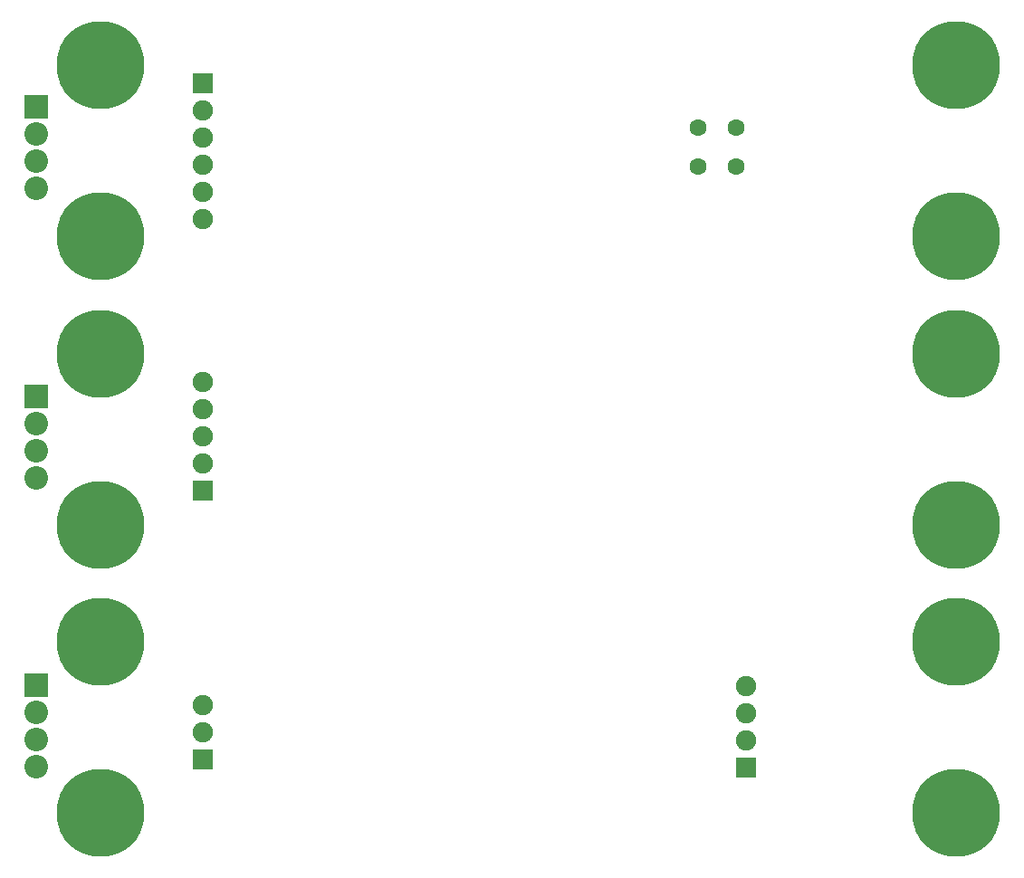
<source format=gbs>
G04*
G04 #@! TF.GenerationSoftware,Altium Limited,Altium Designer,21.0.3 (12)*
G04*
G04 Layer_Color=16711935*
%FSLAX25Y25*%
%MOIN*%
G70*
G04*
G04 #@! TF.SameCoordinates,439F85FB-2BEC-417C-9B7D-EA87D0E056F6*
G04*
G04*
G04 #@! TF.FilePolarity,Negative*
G04*
G01*
G75*
%ADD47C,0.07493*%
%ADD48R,0.07493X0.07493*%
%ADD49C,0.06312*%
%ADD50C,0.32296*%
%ADD51R,0.08674X0.08674*%
%ADD52C,0.08674*%
D47*
X203000Y392000D02*
D03*
Y402000D02*
D03*
Y412000D02*
D03*
Y422000D02*
D03*
Y432000D02*
D03*
Y213000D02*
D03*
Y203000D02*
D03*
X403000Y220000D02*
D03*
Y210000D02*
D03*
Y200000D02*
D03*
X203000Y302000D02*
D03*
Y312000D02*
D03*
Y322000D02*
D03*
Y332000D02*
D03*
D48*
Y442000D02*
D03*
Y193000D02*
D03*
X403000Y190000D02*
D03*
X203000Y292000D02*
D03*
D49*
X399416Y411537D02*
D03*
X399528Y425567D02*
D03*
X385386D02*
D03*
Y411425D02*
D03*
D50*
X480315Y236221D02*
D03*
Y173228D02*
D03*
X165354D02*
D03*
Y236221D02*
D03*
Y342520D02*
D03*
Y279528D02*
D03*
X480315D02*
D03*
Y342520D02*
D03*
Y448819D02*
D03*
Y385827D02*
D03*
X165354D02*
D03*
Y448819D02*
D03*
D51*
X141732Y433228D02*
D03*
Y326772D02*
D03*
Y220472D02*
D03*
D52*
Y423228D02*
D03*
Y413228D02*
D03*
Y403228D02*
D03*
Y316772D02*
D03*
Y306772D02*
D03*
Y296772D02*
D03*
Y210472D02*
D03*
Y200472D02*
D03*
Y190472D02*
D03*
M02*

</source>
